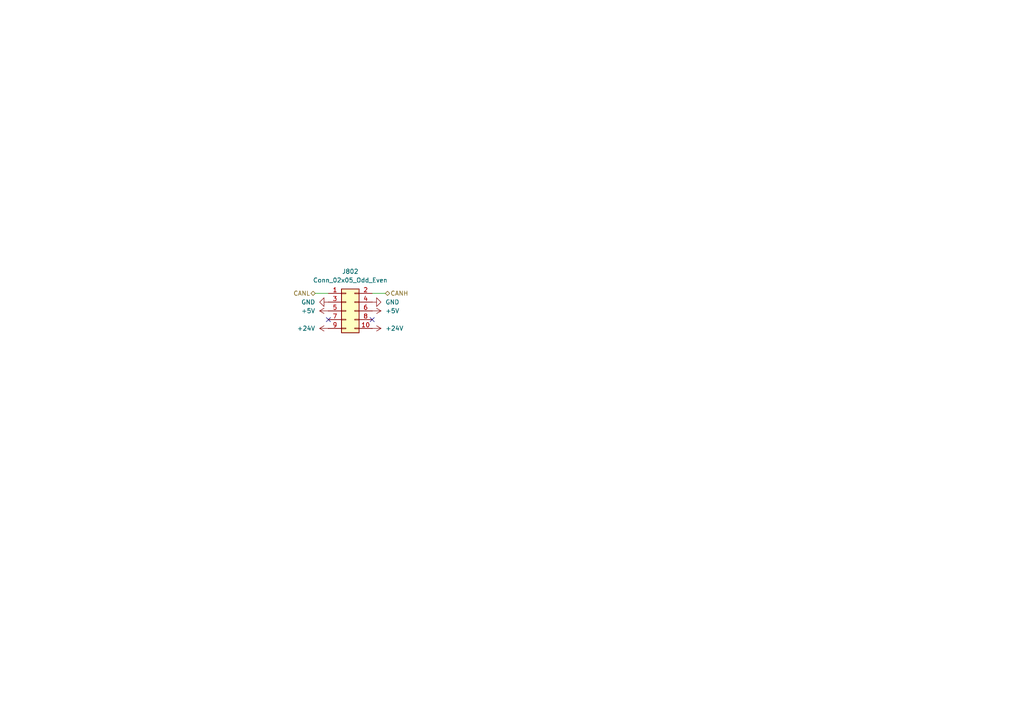
<source format=kicad_sch>
(kicad_sch (version 20231120) (generator "eeschema") (generator_version "8.0")
  (paper "A4")
  (lib_symbols
    (symbol "Connector_Generic:Conn_02x05_Odd_Even" (pin_names (offset 1.016) hide)
      (property "Reference" "J" (at 1.27 7.62 0))
      (property "Value" "Conn_02x05_Odd_Even" (at 1.27 -7.62 0))
      (symbol "Conn_02x05_Odd_Even_1_1"
        (rectangle (start -1.27 -4.953) (end 0 -5.207) (stroke (width 0.1524)))
        (rectangle (start -1.27 -2.413) (end 0 -2.667) (stroke (width 0.1524)))
        (rectangle (start -1.27 0.127) (end 0 -0.127) (stroke (width 0.1524)))
        (rectangle (start -1.27 2.667) (end 0 2.413) (stroke (width 0.1524)))
        (rectangle (start -1.27 5.207) (end 0 4.953) (stroke (width 0.1524)))
        (rectangle (start -1.27 6.35) (end 3.81 -6.35) (stroke (width 0.254)) (fill (type background)))
        (rectangle (start 3.81 -4.953) (end 2.54 -5.207) (stroke (width 0.1524)))
        (rectangle (start 3.81 -2.413) (end 2.54 -2.667) (stroke (width 0.1524)))
        (rectangle (start 3.81 0.127) (end 2.54 -0.127) (stroke (width 0.1524)))
        (rectangle (start 3.81 2.667) (end 2.54 2.413) (stroke (width 0.1524)))
        (rectangle (start 3.81 5.207) (end 2.54 4.953) (stroke (width 0.1524)))
        (pin passive line (at -5.08 5.08 0) (length 3.81) (name "Pin_1") (number "1"))
        (pin passive line (at 7.62 -5.08 180) (length 3.81) (name "Pin_10") (number "10"))
        (pin passive line (at 7.62 5.08 180) (length 3.81) (name "Pin_2") (number "2"))
        (pin passive line (at -5.08 2.54 0) (length 3.81) (name "Pin_3") (number "3"))
        (pin passive line (at 7.62 2.54 180) (length 3.81) (name "Pin_4") (number "4"))
        (pin passive line (at -5.08 0 0) (length 3.81) (name "Pin_5") (number "5"))
        (pin passive line (at 7.62 0 180) (length 3.81) (name "Pin_6") (number "6"))
        (pin passive line (at -5.08 -2.54 0) (length 3.81) (name "Pin_7") (number "7"))
        (pin passive line (at 7.62 -2.54 180) (length 3.81) (name "Pin_8") (number "8"))
        (pin passive line (at -5.08 -5.08 0) (length 3.81) (name "Pin_9") (number "9"))
      )
    )
    (symbol "power:+24V" (power) (pin_numbers hide) (pin_names (offset 0) hide)
      (property "Value" "+24V" (at 0 3.556 0))
      (symbol "+24V_0_1"
        (polyline (pts (xy -0.762 1.27) (xy 0 2.54)))
        (polyline (pts (xy 0 0) (xy 0 2.54)))
        (polyline (pts (xy 0 2.54) (xy 0.762 1.27)))
      )
      (symbol "+24V_1_1"
        (pin power_in line (at 0 0 90) (length 0) (name "~") (number "1"))
      )
    )
    (symbol "power:+5V" (power) (pin_numbers hide) (pin_names (offset 0) hide)
      (property "Value" "+5V" (at 0 3.556 0))
      (symbol "+5V_0_1"
        (polyline (pts (xy -0.762 1.27) (xy 0 2.54)))
        (polyline (pts (xy 0 0) (xy 0 2.54)))
        (polyline (pts (xy 0 2.54) (xy 0.762 1.27)))
      )
      (symbol "+5V_1_1"
        (pin power_in line (at 0 0 90) (length 0) (name "~") (number "1"))
      )
    )
    (symbol "power:GND" (power) (pin_numbers hide) (pin_names (offset 0) hide)
      (property "Value" "GND" (at 0 -3.81 0))
      (symbol "GND_0_1"
        (polyline (pts (xy 0 0) (xy 0 -1.27) (xy 1.27 -1.27) (xy 0 -2.54) (xy -1.27 -1.27) (xy 0 -1.27)))
      )
      (symbol "GND_1_1"
        (pin power_in line (at 0 0 270) (length 0) (name "~") (number "1"))
      )
    )
  )
  (no_connect (at 107.95 92.71))
  (no_connect (at 95.25 92.71))
  (wire (pts (xy 91.44 85.09) (xy 95.25 85.09)))
  (wire (pts (xy 111.76 85.09) (xy 107.95 85.09)))
  (hierarchical_label "CANH" (shape bidirectional) (at 111.76 85.09 0))
  (hierarchical_label "CANL" (shape bidirectional) (at 91.44 85.09 180))
  (symbol (lib_id "Connector_Generic:Conn_02x05_Odd_Even") (at 100.33 90.17 0) (unit 1)
    (property "Reference" "J802" (at 101.6 78.74 0))
    (property "Value" "Conn_02x05_Odd_Even" (at 101.6 81.28 0))
    (property "Footprint" "Connector_PinHeader_2.54mm:PinHeader_2x05_P2.54mm_Vertical" (effects (hide yes)))
    (property "Description" "Generic connector, double row, 02x05, odd/even pin numbering scheme (row 1 odd numbers, row 2 even numbers), script generated (kicad-library-utils/schlib/autogen/connector/)" (effects (hide yes)))
  )
  (symbol (lib_id "power:+24V") (at 95.25 95.25 90) (unit 1)
    (property "Reference" "#PWR0805" (effects (hide yes)))
    (property "Value" "+24V" (at 91.44 95.2499 90) (effects (justify left)))
    (property "Description" "Power symbol creates a global label with name \"+24V\"" (effects (hide yes)))
  )
  (symbol (lib_id "power:+5V") (at 107.95 90.17 270) (unit 1)
    (property "Reference" "#PWR0804" (effects (hide yes)))
    (property "Value" "+5V" (at 111.76 90.1699 90) (effects (justify left)))
    (property "Description" "Power symbol creates a global label with name \"+5V\"" (effects (hide yes)))
  )
  (symbol (lib_id "power:GND") (at 95.25 87.63 270) (unit 1)
    (property "Reference" "#PWR0801" (effects (hide yes)))
    (property "Value" "GND" (at 91.44 87.6301 90) (effects (justify right)))
    (property "Description" "Power symbol creates a global label with name \"GND\" , ground" (effects (hide yes)))
  )
  (symbol (lib_id "power:+5V") (at 95.25 90.17 90) (unit 1)
    (property "Reference" "#PWR0803" (effects (hide yes)))
    (property "Value" "+5V" (at 91.44 90.1699 90) (effects (justify left)))
    (property "Description" "Power symbol creates a global label with name \"+5V\"" (effects (hide yes)))
  )
  (symbol (lib_id "power:GND") (at 107.95 87.63 90) (unit 1)
    (property "Reference" "#PWR0802" (effects (hide yes)))
    (property "Value" "GND" (at 111.76 87.6299 90) (effects (justify right)))
    (property "Description" "Power symbol creates a global label with name \"GND\" , ground" (effects (hide yes)))
  )
  (symbol (lib_id "power:+24V") (at 107.95 95.25 270) (unit 1)
    (property "Reference" "#PWR0806" (effects (hide yes)))
    (property "Value" "+24V" (at 111.76 95.2499 90) (effects (justify left)))
    (property "Description" "Power symbol creates a global label with name \"+24V\"" (effects (hide yes)))
  )
)
</source>
